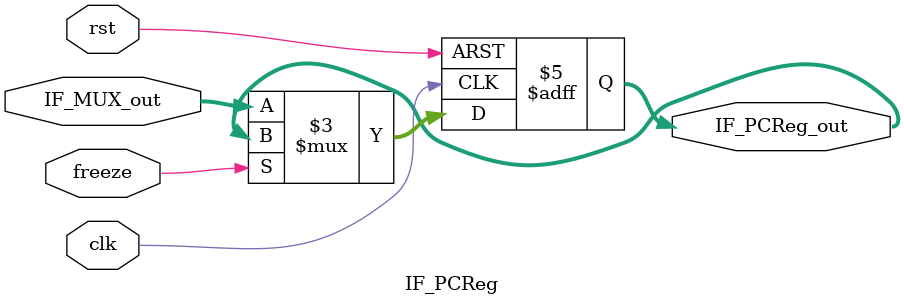
<source format=v>
module IF_PCReg (
	input clk, rst, freeze,
	input[31:0] IF_MUX_out,
	output reg[31:0] IF_PCReg_out
);

always @(posedge clk, posedge rst) begin //??? or or comma
  if(rst) begin
    IF_PCReg_out <= 32'd0; //??? = or <=
  end
  else if(~freeze) begin
    IF_PCReg_out <= IF_MUX_out;
  end
end

endmodule




</source>
